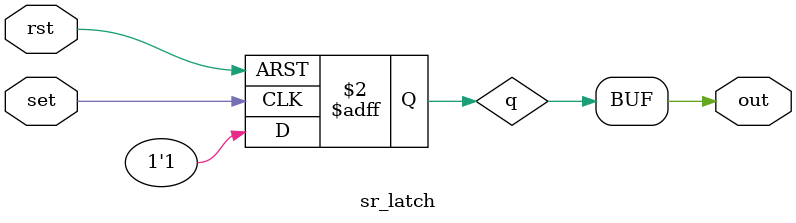
<source format=sv>
module sr_latch(
    input wire set,
    input wire rst,
    output wire out
);

/* verilator lint_off MULTIDRIVEN */
reg q;
/* verilator lint_on MULTIDRIVEN */

always_ff @(posedge set or posedge rst)
    if (rst) q <= 0;
    else q <= 1;

//always_ff @(posedge set) q <= 1;
//always_ff @(posedge rst) q <= 0;

assign out = q;

endmodule

</source>
